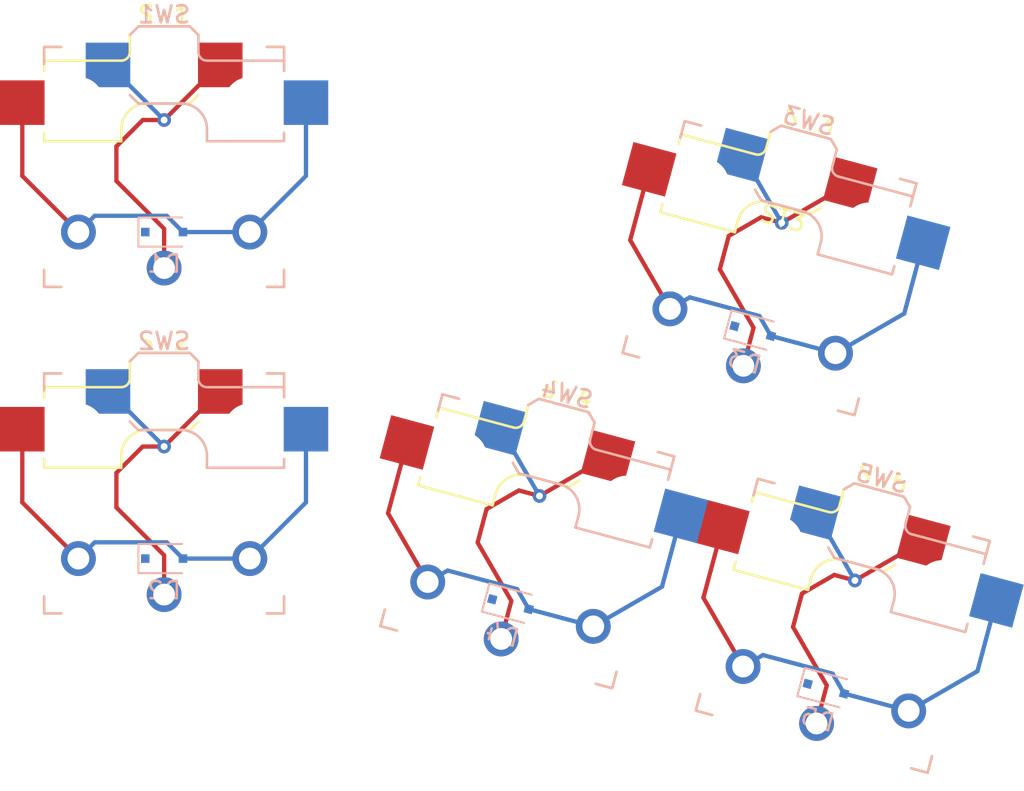
<source format=kicad_pcb>
(kicad_pcb (version 20211014) (generator pcbnew)
  (layers (0 "F.Cu" signal) (31 "B.Cu" signal) (34 "B.Paste" user) (35 "F.Paste" user) (36 "B.SilkS" user "B.Silkscreen") (37 "F.SilkS" user "F.Silkscreen") (38 "B.Mask" user) (39 "F.Mask" user) (44 "Edge.Cuts" user))
  (net 0 "")
  (net 1 "COL0")
  (net 2 "COL1")
  (net 3 "COL2")
  (net 4 "N$1")
  (net 5 "N$2")
  (net 6 "N$3")
  (net 7 "N$4")
  (net 8 "N$5")
  (net 9 "ROW0")
  (net 10 "ROW1")
  (footprint "examples:Stabilizer_Cherry_MX_2u" (layer "F.Cu") (at 69.846641 40.429172 -15)
    (fp_text reference "ST3" (at 0 -3 165) (layer "F.SilkS"))
    (fp_text value "MountingHole")
    (pad "" np_thru_hole circle locked (at -11.938 -6.985 345) (size 3.048 3.048) (drill 3.048) (layers *.Cu *.Mask))
    (pad "" np_thru_hole circle locked (at 11.938 -6.985 345) (size 3.048 3.048) (drill 3.048) (layers *.Cu *.Mask))
    (pad "" np_thru_hole circle locked (at 11.938 8.255 345) (size 3.9878 3.9878) (drill 3.9878) (layers *.Cu *.Mask))
    (pad "" np_thru_hole circle locked (at -11.938 8.255 345) (size 3.9878 3.9878) (drill 3.9878) (layers *.Cu *.Mask))
  )
  (footprint "examples:Kailh_socket_PG1350_optional_reversible" (layer "F.Cu") (at 34.525 34.525)
    (fp_text reference "SW1" (at 0 -8.89) (layer "F.SilkS"))
    (fp_text value "SW_Push")
    (fp_text user "${REFERENCE}" (at 0 -8.89) (layer "B.SilkS") (effects (justify mirror)))
    (fp_line (start -1.5 -8.2) (end 1.5 -8.2) (layer "B.SilkS") (width 0.15))
    (fp_line (start 7 -6.2) (end 2.5 -6.2) (layer "B.SilkS") (width 0.15))
    (fp_line (start 7 -5.6) (end 7 -6.2) (layer "B.SilkS") (width 0.15))
    (fp_line (start -2 -7.7) (end -1.5 -8.2) (layer "B.SilkS") (width 0.15))
    (fp_line (start 1.5 -8.2) (end 2 -7.7) (layer "B.SilkS") (width 0.15))
    (fp_line (start 2.5 -1.5) (end 7 -1.5) (layer "B.SilkS") (width 0.15))
    (fp_line (start 2 -6.7) (end 2 -7.7) (layer "B.SilkS") (width 0.15))
    (fp_line (start -7 -6) (end -7 -7) (layer "B.SilkS") (width 0.15))
    (fp_line (start -1.5 -3.7) (end 1 -3.7) (layer "B.SilkS") (width 0.15))
    (fp_line (start 6 -7) (end 7 -7) (layer "B.SilkS") (width 0.15))
    (fp_line (start -2 -4.2) (end -1.5 -3.7) (layer "B.SilkS") (width 0.15))
    (fp_line (start 2.5 -2.2) (end 2.5 -1.5) (layer "B.SilkS") (width 0.15))
    (fp_line (start 7 6) (end 7 7) (layer "B.SilkS") (width 0.15))
    (fp_line (start 7 -7) (end 7 -6) (layer "B.SilkS") (width 0.15))
    (fp_line (start 7 -1.5) (end 7 -2) (layer "B.SilkS") (width 0.15))
    (fp_line (start -7 7) (end -7 6) (layer "B.SilkS") (width 0.15))
    (fp_line (start -6 7) (end -7 7) (layer "B.SilkS") (width 0.15))
    (fp_line (start -7 -7) (end -6 -7) (layer "B.SilkS") (width 0.15))
    (fp_line (start 7 7) (end 6 7) (layer "B.SilkS") (width 0.15))
    (fp_arc (start 1 -3.7) (mid 2.06066 -3.26066) (end 2.5 -2.2) (layer "B.SilkS") (width 0.15))
    (fp_arc (start 2.5 -6.2) (mid 2.146447 -6.346447) (end 2 -6.7) (layer "B.SilkS") (width 0.15))
    (fp_line (start 1.5 -8.2) (end -1.5 -8.2) (layer "F.SilkS") (width 0.15))
    (fp_line (start -2.5 -1.5) (end -7 -1.5) (layer "F.SilkS") (width 0.15))
    (fp_line (start 1.5 -3.7) (end -1 -3.7) (layer "F.SilkS") (width 0.15))
    (fp_line (start -6 7) (end -7 7) (layer "F.SilkS") (width 0.15))
    (fp_line (start -7 7) (end -7 6) (layer "F.SilkS") (width 0.15))
    (fp_line (start -7 -1.5) (end -7 -2) (layer "F.SilkS") (width 0.15))
    (fp_line (start -7 -6.2) (end -2.5 -6.2) (layer "F.SilkS") (width 0.15))
    (fp_line (start -2.5 -2.2) (end -2.5 -1.5) (layer "F.SilkS") (width 0.15))
    (fp_line (start 2 -7.7) (end 1.5 -8.2) (layer "F.SilkS") (width 0.15))
    (fp_line (start -1.5 -8.2) (end -2 -7.7) (layer "F.SilkS") (width 0.15))
    (fp_line (start 2 -4.2) (end 1.5 -3.7) (layer "F.SilkS") (width 0.15))
    (fp_line (start 7 6) (end 7 7) (layer "F.SilkS") (width 0.15))
    (fp_line (start 7 7) (end 6 7) (layer "F.SilkS") (width 0.15))
    (fp_line (start 6 -7) (end 7 -7) (layer "F.SilkS") (width 0.15))
    (fp_line (start -2 -6.7) (end -2 -7.7) (layer "F.SilkS") (width 0.15))
    (fp_line (start -7 -7) (end -6 -7) (layer "F.SilkS") (width 0.15))
    (fp_line (start -7 -5.6) (end -7 -6.2) (layer "F.SilkS") (width 0.15))
    (fp_line (start 7 -7) (end 7 -6) (layer "F.SilkS") (width 0.15))
    (fp_line (start -7 -6) (end -7 -7) (layer "F.SilkS") (width 0.15))
    (fp_arc (start -2.5 -2.2) (mid -2.06066 -3.26066) (end -1 -3.7) (layer "F.SilkS") (width 0.15))
    (fp_arc (start -2 -6.7) (mid -2.146447 -6.346447) (end -2.5 -6.2) (layer "F.SilkS") (width 0.15))
    (pad "" np_thru_hole circle locked (at 0 -5.95) (size 3 3) (drill 3) (layers *.Cu *.Mask))
    (pad "" np_thru_hole circle locked (at 5.5 0) (size 1.7018 1.7018) (drill 1.7018) (layers *.Cu *.Mask))
    (pad "" np_thru_hole circle locked (at -5.5 0) (size 1.7018 1.7018) (drill 1.7018) (layers *.Cu *.Mask))
    (pad "" np_thru_hole circle locked (at -5 -3.75) (size 3 3) (drill 3) (layers *.Cu *.Mask))
    (pad "" np_thru_hole circle locked (at 0 0) (size 3.429 3.429) (drill 3.429) (layers *.Cu *.Mask))
    (pad "" np_thru_hole circle locked (at 5 -3.75) (size 3 3) (drill 3) (layers *.Cu *.Mask))
    (pad "1" smd rect locked (at 3.275 -5.95) (size 2.6 2.6) (layers "F.Cu" "F.Paste" "F.Mask") (net 1 "COL0"))
    (pad "1" thru_hole circle locked (at 0 5.9) (size 2.032 2.032) (drill 1.27) (layers *.Cu *.Mask) (net 1 "COL0"))
    (pad "1" smd rect locked (at -3.275 -5.95) (size 2.6 2.6) (layers "B.Cu" "B.Paste" "B.Mask") (net 1 "COL0"))
    (pad "2" smd rect locked (at -8.275 -3.75) (size 2.6 2.6) (layers "F.Cu" "F.Paste" "F.Mask") (net 4 "N$1"))
    (pad "2" thru_hole circle locked (at 5 3.8) (size 2.032 2.032) (drill 1.27) (layers *.Cu *.Mask) (net 4 "N$1"))
    (pad "2" thru_hole circle locked (at -5 3.8) (size 2.032 2.032) (drill 1.27) (layers *.Cu *.Mask) (net 4 "N$1"))
    (pad "2" smd rect locked (at 8.275 -3.75) (size 2.6 2.6) (layers "B.Cu" "B.Paste" "B.Mask") (net 4 "N$1"))
  )
  (footprint "examples:Kailh_socket_PG1350_optional_reversible" (layer "F.Cu") (at 34.525 53.575)
    (fp_text reference "SW2" (at 0 -8.89) (layer "F.SilkS"))
    (fp_text value "SW_Push")
    (fp_text user "${REFERENCE}" (at 0 -8.89) (layer "B.SilkS") (effects (justify mirror)))
    (fp_line (start -1.5 -8.2) (end 1.5 -8.2) (layer "B.SilkS") (width 0.15))
    (fp_line (start -2 -7.7) (end -1.5 -8.2) (layer "B.SilkS") (width 0.15))
    (fp_line (start 7 -5.6) (end 7 -6.2) (layer "B.SilkS") (width 0.15))
    (fp_line (start -7 -7) (end -6 -7) (layer "B.SilkS") (width 0.15))
    (fp_line (start -1.5 -3.7) (end 1 -3.7) (layer "B.SilkS") (width 0.15))
    (fp_line (start 2.5 -1.5) (end 7 -1.5) (layer "B.SilkS") (width 0.15))
    (fp_line (start 1.5 -8.2) (end 2 -7.7) (layer "B.SilkS") (width 0.15))
    (fp_line (start 6 -7) (end 7 -7) (layer "B.SilkS") (width 0.15))
    (fp_line (start 7 -7) (end 7 -6) (layer "B.SilkS") (width 0.15))
    (fp_line (start 2 -6.7) (end 2 -7.7) (layer "B.SilkS") (width 0.15))
    (fp_line (start 7 -1.5) (end 7 -2) (layer "B.SilkS") (width 0.15))
    (fp_line (start 7 -6.2) (end 2.5 -6.2) (layer "B.SilkS") (width 0.15))
    (fp_line (start -7 -6) (end -7 -7) (layer "B.SilkS") (width 0.15))
    (fp_line (start 7 6) (end 7 7) (layer "B.SilkS") (width 0.15))
    (fp_line (start -2 -4.2) (end -1.5 -3.7) (layer "B.SilkS") (width 0.15))
    (fp_line (start 2.5 -2.2) (end 2.5 -1.5) (layer "B.SilkS") (width 0.15))
    (fp_line (start -6 7) (end -7 7) (layer "B.SilkS") (width 0.15))
    (fp_line (start 7 7) (end 6 7) (layer "B.SilkS") (width 0.15))
    (fp_line (start -7 7) (end -7 6) (layer "B.SilkS") (width 0.15))
    (fp_arc (start 1 -3.7) (mid 2.06066 -3.26066) (end 2.5 -2.2) (layer "B.SilkS") (width 0.15))
    (fp_arc (start 2.5 -6.2) (mid 2.146447 -6.346447) (end 2 -6.7) (layer "B.SilkS") (width 0.15))
    (fp_line (start -2.5 -2.2) (end -2.5 -1.5) (layer "F.SilkS") (width 0.15))
    (fp_line (start -7 -1.5) (end -7 -2) (layer "F.SilkS") (width 0.15))
    (fp_line (start 2 -4.2) (end 1.5 -3.7) (layer "F.SilkS") (width 0.15))
    (fp_line (start -1.5 -8.2) (end -2 -7.7) (layer "F.SilkS") (width 0.15))
    (fp_line (start 1.5 -8.2) (end -1.5 -8.2) (layer "F.SilkS") (width 0.15))
    (fp_line (start 7 6) (end 7 7) (layer "F.SilkS") (width 0.15))
    (fp_line (start 7 7) (end 6 7) (layer "F.SilkS") (width 0.15))
    (fp_line (start -7 -7) (end -6 -7) (layer "F.SilkS") (width 0.15))
    (fp_line (start 1.5 -3.7) (end -1 -3.7) (layer "F.SilkS") (width 0.15))
    (fp_line (start -2 -6.7) (end -2 -7.7) (layer "F.SilkS") (width 0.15))
    (fp_line (start -2.5 -1.5) (end -7 -1.5) (layer "F.SilkS") (width 0.15))
    (fp_line (start -6 7) (end -7 7) (layer "F.SilkS") (width 0.15))
    (fp_line (start -7 -6.2) (end -2.5 -6.2) (layer "F.SilkS") (width 0.15))
    (fp_line (start 2 -7.7) (end 1.5 -8.2) (layer "F.SilkS") (width 0.15))
    (fp_line (start -7 -5.6) (end -7 -6.2) (layer "F.SilkS") (width 0.15))
    (fp_line (start -7 -6) (end -7 -7) (layer "F.SilkS") (width 0.15))
    (fp_line (start 6 -7) (end 7 -7) (layer "F.SilkS") (width 0.15))
    (fp_line (start 7 -7) (end 7 -6) (layer "F.SilkS") (width 0.15))
    (fp_line (start -7 7) (end -7 6) (layer "F.SilkS") (width 0.15))
    (fp_arc (start -2 -6.7) (mid -2.146447 -6.346447) (end -2.5 -6.2) (layer "F.SilkS") (width 0.15))
    (fp_arc (start -2.5 -2.2) (mid -2.06066 -3.26066) (end -1 -3.7) (layer "F.SilkS") (width 0.15))
    (pad "" np_thru_hole circle locked (at 0 -5.95) (size 3 3) (drill 3) (layers *.Cu *.Mask))
    (pad "" np_thru_hole circle locked (at 5 -3.75) (size 3 3) (drill 3) (layers *.Cu *.Mask))
    (pad "" np_thru_hole circle locked (at -5.5 0) (size 1.7018 1.7018) (drill 1.7018) (layers *.Cu *.Mask))
    (pad "" np_thru_hole circle locked (at 5.5 0) (size 1.7018 1.7018) (drill 1.7018) (layers *.Cu *.Mask))
    (pad "" np_thru_hole circle locked (at 0 0) (size 3.429 3.429) (drill 3.429) (layers *.Cu *.Mask))
    (pad "" np_thru_hole circle locked (at -5 -3.75) (size 3 3) (drill 3) (layers *.Cu *.Mask))
    (pad "1" thru_hole circle locked (at 0 5.9) (size 2.032 2.032) (drill 1.27) (layers *.Cu *.Mask) (net 1 "COL0"))
    (pad "1" smd rect locked (at 3.275 -5.95) (size 2.6 2.6) (layers "F.Cu" "F.Paste" "F.Mask") (net 1 "COL0"))
    (pad "1" smd rect locked (at -3.275 -5.95) (size 2.6 2.6) (layers "B.Cu" "B.Paste" "B.Mask") (net 1 "COL0"))
    (pad "2" smd rect locked (at -8.275 -3.75) (size 2.6 2.6) (layers "F.Cu" "F.Paste" "F.Mask") (net 5 "N$2"))
    (pad "2" thru_hole circle locked (at -5 3.8) (size 2.032 2.032) (drill 1.27) (layers *.Cu *.Mask) (net 5 "N$2"))
    (pad "2" smd rect locked (at 8.275 -3.75) (size 2.6 2.6) (layers "B.Cu" "B.Paste" "B.Mask") (net 5 "N$2"))
    (pad "2" thru_hole circle locked (at 5 3.8) (size 2.032 2.032) (drill 1.27) (layers *.Cu *.Mask) (net 5 "N$2"))
  )
  (footprint "examples:Kailh_socket_PG1350_optional_reversible" (layer "F.Cu") (at 69.846641 40.429172 -15)
    (fp_text reference "SW3" (at 0 -8.89 165) (layer "F.SilkS"))
    (fp_text value "SW_Push")
    (fp_text user "${REFERENCE}" (at 0 -8.89 165) (layer "B.SilkS") (effects (justify mirror)))
    (fp_line (start -7 7) (end -7 6) (layer "B.SilkS") (width 0.15))
    (fp_line (start -1.5 -3.7) (end 1 -3.7) (layer "B.SilkS") (width 0.15))
    (fp_line (start 7 -7) (end 7 -6) (layer "B.SilkS") (width 0.15))
    (fp_line (start -7 -7) (end -6 -7) (layer "B.SilkS") (width 0.15))
    (fp_line (start -7 -6) (end -7 -7) (layer "B.SilkS") (width 0.15))
    (fp_line (start 7 -5.6) (end 7 -6.2) (layer "B.SilkS") (width 0.15))
    (fp_line (start 7 -6.2) (end 2.5 -6.2) (layer "B.SilkS") (width 0.15))
    (fp_line (start 7 -1.5) (end 7 -2) (layer "B.SilkS") (width 0.15))
    (fp_line (start -2 -4.2) (end -1.5 -3.7) (layer "B.SilkS") (width 0.15))
    (fp_line (start 2.5 -2.2) (end 2.5 -1.5) (layer "B.SilkS") (width 0.15))
    (fp_line (start -6 7) (end -7 7) (layer "B.SilkS") (width 0.15))
    (fp_line (start -2 -7.7) (end -1.5 -8.2) (layer "B.SilkS") (width 0.15))
    (fp_line (start 1.5 -8.2) (end 2 -7.7) (layer "B.SilkS") (width 0.15))
    (fp_line (start 6 -7) (end 7 -7) (layer "B.SilkS") (width 0.15))
    (fp_line (start 7 6) (end 7 7) (layer "B.SilkS") (width 0.15))
    (fp_line (start 2 -6.7) (end 2 -7.7) (layer "B.SilkS") (width 0.15))
    (fp_line (start -1.5 -8.2) (end 1.5 -8.2) (layer "B.SilkS") (width 0.15))
    (fp_line (start 7 7) (end 6 7) (layer "B.SilkS") (width 0.15))
    (fp_line (start 2.5 -1.5) (end 7 -1.5) (layer "B.SilkS") (width 0.15))
    (fp_arc (start 1 -3.7) (mid 2.060661 -3.26066) (end 2.5 -2.2) (layer "B.SilkS") (width 0.15))
    (fp_arc (start 2.5 -6.2) (mid 2.146446 -6.346447) (end 2 -6.7) (layer "B.SilkS") (width 0.15))
    (fp_line (start 1.5 -8.2) (end -1.5 -8.2) (layer "F.SilkS") (width 0.15))
    (fp_line (start 1.5 -3.7) (end -1 -3.7) (layer "F.SilkS") (width 0.15))
    (fp_line (start 6 -7) (end 7 -7) (layer "F.SilkS") (width 0.15))
    (fp_line (start 7 -7) (end 7 -6) (layer "F.SilkS") (width 0.15))
    (fp_line (start -2.5 -1.5) (end -7 -1.5) (layer "F.SilkS") (width 0.15))
    (fp_line (start -2.5 -2.2) (end -2.5 -1.5) (layer "F.SilkS") (width 0.15))
    (fp_line (start -1.5 -8.2) (end -2 -7.7) (layer "F.SilkS") (width 0.15))
    (fp_line (start 7 7) (end 6 7) (layer "F.SilkS") (width 0.15))
    (fp_line (start 2 -4.2) (end 1.5 -3.7) (layer "F.SilkS") (width 0.15))
    (fp_line (start -7 7) (end -7 6) (layer "F.SilkS") (width 0.15))
    (fp_line (start 7 6) (end 7 7) (layer "F.SilkS") (width 0.15))
    (fp_line (start -7 -7) (end -6 -7) (layer "F.SilkS") (width 0.15))
    (fp_line (start -2 -6.7) (end -2 -7.7) (layer "F.SilkS") (width 0.15))
    (fp_line (start -7 -6) (end -7 -7) (layer "F.SilkS") (width 0.15))
    (fp_line (start 2 -7.7) (end 1.5 -8.2) (layer "F.SilkS") (width 0.15))
    (fp_line (start -7 -1.5) (end -7 -2) (layer "F.SilkS") (width 0.15))
    (fp_line (start -7 -5.6) (end -7 -6.2) (layer "F.SilkS") (width 0.15))
    (fp_line (start -7 -6.2) (end -2.5 -6.2) (layer "F.SilkS") (width 0.15))
    (fp_line (start -6 7) (end -7 7) (layer "F.SilkS") (width 0.15))
    (fp_arc (start -2.5 -2.2) (mid -2.06066 -3.26066) (end -1 -3.7) (layer "F.SilkS") (width 0.15))
    (fp_arc (start -2 -6.7) (mid -2.146447 -6.346447) (end -2.5 -6.2) (layer "F.SilkS") (width 0.15))
    (pad "" np_thru_hole circle locked (at -5 -3.75 345) (size 3 3) (drill 3) (layers *.Cu *.Mask))
    (pad "" np_thru_hole circle locked (at -5.5 0 345) (size 1.7018 1.7018) (drill 1.7018) (layers *.Cu *.Mask))
    (pad "" np_thru_hole circle locked (at 5.5 0 345) (size 1.7018 1.7018) (drill 1.7018) (layers *.Cu *.Mask))
    (pad "" np_thru_hole circle locked (at 0 -5.95 345) (size 3 3) (drill 3) (layers *.Cu *.Mask))
    (pad "" np_thru_hole circle locked (at 5 -3.75 345) (size 3 3) (drill 3) (layers *.Cu *.Mask))
    (pad "" np_thru_hole circle locked (at 0 0 345) (size 3.429 3.429) (drill 3.429) (layers *.Cu *.Mask))
    (pad "1" smd rect locked (at -3.275 -5.95 345) (size 2.6 2.6) (layers "B.Cu" "B.Paste" "B.Mask") (net 2 "COL1"))
    (pad "1" smd rect locked (at 3.275 -5.95 345) (size 2.6 2.6) (layers "F.Cu" "F.Paste" "F.Mask") (net 2 "COL1"))
    (pad "1" thru_hole circle locked (at 0 5.9 345) (size 2.032 2.032) (drill 1.27) (layers *.Cu *.Mask) (net 2 "COL1"))
    (pad "2" thru_hole circle locked (at -5 3.8 345) (size 2.032 2.032) (drill 1.27) (layers *.Cu *.Mask) (net 6 "N$3"))
    (pad "2" smd rect locked (at -8.275 -3.75 345) (size 2.6 2.6) (layers "F.Cu" "F.Paste" "F.Mask") (net 6 "N$3"))
    (pad "2" smd rect locked (at 8.275 -3.75 345) (size 2.6 2.6) (layers "B.Cu" "B.Paste" "B.Mask") (net 6 "N$3"))
    (pad "2" thru_hole circle locked (at 5 3.8 345) (size 2.032 2.032) (drill 1.27) (layers *.Cu *.Mask) (net 6 "N$3"))
  )
  (footprint "examples:Kailh_socket_PG1350_optional_reversible" (layer "F.Cu") (at 55.715695 56.364808 -15)
    (fp_text reference "SW4" (at 0 -8.89 165) (layer "F.SilkS"))
    (fp_text value "SW_Push")
    (fp_text user "${REFERENCE}" (at 0 -8.89 165) (layer "B.SilkS") (effects (justify mirror)))
    (fp_line (start -1.5 -8.2) (end 1.5 -8.2) (layer "B.SilkS") (width 0.15))
    (fp_line (start 2.5 -1.5) (end 7 -1.5) (layer "B.SilkS") (width 0.15))
    (fp_line (start 7 -7) (end 7 -6) (layer "B.SilkS") (width 0.15))
    (fp_line (start 7 6) (end 7 7) (layer "B.SilkS") (width 0.15))
    (fp_line (start -7 -7) (end -6 -7) (layer "B.SilkS") (width 0.15))
    (fp_line (start -1.5 -3.7) (end 1 -3.7) (layer "B.SilkS") (width 0.15))
    (fp_line (start 6 -7) (end 7 -7) (layer "B.SilkS") (width 0.15))
    (fp_line (start -2 -7.7) (end -1.5 -8.2) (layer "B.SilkS") (width 0.15))
    (fp_line (start -6 7) (end -7 7) (layer "B.SilkS") (width 0.15))
    (fp_line (start 7 -5.6) (end 7 -6.2) (layer "B.SilkS") (width 0.15))
    (fp_line (start 7 7) (end 6 7) (layer "B.SilkS") (width 0.15))
    (fp_line (start 2.5 -2.2) (end 2.5 -1.5) (layer "B.SilkS") (width 0.15))
    (fp_line (start 7 -6.2) (end 2.5 -6.2) (layer "B.SilkS") (width 0.15))
    (fp_line (start 2 -6.7) (end 2 -7.7) (layer "B.SilkS") (width 0.15))
    (fp_line (start -7 7) (end -7 6) (layer "B.SilkS") (width 0.15))
    (fp_line (start 7 -1.5) (end 7 -2) (layer "B.SilkS") (width 0.15))
    (fp_line (start -7 -6) (end -7 -7) (layer "B.SilkS") (width 0.15))
    (fp_line (start -2 -4.2) (end -1.5 -3.7) (layer "B.SilkS") (width 0.15))
    (fp_line (start 1.5 -8.2) (end 2 -7.7) (layer "B.SilkS") (width 0.15))
    (fp_arc (start 2.5 -6.2) (mid 2.146446 -6.346447) (end 2 -6.7) (layer "B.SilkS") (width 0.15))
    (fp_arc (start 1 -3.7) (mid 2.060661 -3.26066) (end 2.5 -2.2) (layer "B.SilkS") (width 0.15))
    (fp_line (start -7 -7) (end -6 -7) (layer "F.SilkS") (width 0.15))
    (fp_line (start -7 -1.5) (end -7 -2) (layer "F.SilkS") (width 0.15))
    (fp_line (start -7 7) (end -7 6) (layer "F.SilkS") (width 0.15))
    (fp_line (start 1.5 -8.2) (end -1.5 -8.2) (layer "F.SilkS") (width 0.15))
    (fp_line (start 7 6) (end 7 7) (layer "F.SilkS") (width 0.15))
    (fp_line (start -2.5 -1.5) (end -7 -1.5) (layer "F.SilkS") (width 0.15))
    (fp_line (start 2 -4.2) (end 1.5 -3.7) (layer "F.SilkS") (width 0.15))
    (fp_line (start -7 -5.6) (end -7 -6.2) (layer "F.SilkS") (width 0.15))
    (fp_line (start 7 7) (end 6 7) (layer "F.SilkS") (width 0.15))
    (fp_line (start -1.5 -8.2) (end -2 -7.7) (layer "F.SilkS") (width 0.15))
    (fp_line (start -2.5 -2.2) (end -2.5 -1.5) (layer "F.SilkS") (width 0.15))
    (fp_line (start -7 -6) (end -7 -7) (layer "F.SilkS") (width 0.15))
    (fp_line (start -7 -6.2) (end -2.5 -6.2) (layer "F.SilkS") (width 0.15))
    (fp_line (start 6 -7) (end 7 -7) (layer "F.SilkS") (width 0.15))
    (fp_line (start -6 7) (end -7 7) (layer "F.SilkS") (width 0.15))
    (fp_line (start 2 -7.7) (end 1.5 -8.2) (layer "F.SilkS") (width 0.15))
    (fp_line (start 1.5 -3.7) (end -1 -3.7) (layer "F.SilkS") (width 0.15))
    (fp_line (start 7 -7) (end 7 -6) (layer "F.SilkS") (width 0.15))
    (fp_line (start -2 -6.7) (end -2 -7.7) (layer "F.SilkS") (width 0.15))
    (fp_arc (start -2.5 -2.2) (mid -2.06066 -3.26066) (end -1 -3.7) (layer "F.SilkS") (width 0.15))
    (fp_arc (start -2 -6.7) (mid -2.146447 -6.346447) (end -2.5 -6.2) (layer "F.SilkS") (width 0.15))
    (pad "" np_thru_hole circle locked (at -5 -3.75 345) (size 3 3) (drill 3) (layers *.Cu *.Mask))
    (pad "" np_thru_hole circle locked (at 0 0 345) (size 3.429 3.429) (drill 3.429) (layers *.Cu *.Mask))
    (pad "" np_thru_hole circle locked (at 5.5 0 345) (size 1.7018 1.7018) (drill 1.7018) (layers *.Cu *.Mask))
    (pad "" np_thru_hole circle locked (at -5.5 0 345) (size 1.7018 1.7018) (drill 1.7018) (layers *.Cu *.Mask))
    (pad "" np_thru_hole circle locked (at 5 -3.75 345) (size 3 3) (drill 3) (layers *.Cu *.Mask))
    (pad "" np_thru_hole circle locked (at 0 -5.95 345) (size 3 3) (drill 3) (layers *.Cu *.Mask))
    (pad "1" smd rect locked (at 3.275 -5.95 345) (size 2.6 2.6) (layers "F.Cu" "F.Paste" "F.Mask") (net 2 "COL1"))
    (pad "1" thru_hole circle locked (at 0 5.9 345) (size 2.032 2.032) (drill 1.27) (layers *.Cu *.Mask) (net 2 "COL1"))
    (pad "1" smd rect locked (at -3.275 -5.95 345) (size 2.6 2.6) (layers "B.Cu" "B.Paste" "B.Mask") (net 2 "COL1"))
    (pad "2" smd rect locked (at -8.275 -3.75 345) (size 2.6 2.6) (layers "F.Cu" "F.Paste" "F.Mask") (net 7 "N$4"))
    (pad "2" thru_hole circle locked (at 5 3.8 345) (size 2.032 2.032) (drill 1.27) (layers *.Cu *.Mask) (net 7 "N$4"))
    (pad "2" smd rect locked (at 8.275 -3.75 345) (size 2.6 2.6) (layers "B.Cu" "B.Paste" "B.Mask") (net 7 "N$4"))
    (pad "2" thru_hole circle locked (at -5 3.8 345) (size 2.032 2.032) (drill 1.27) (layers *.Cu *.Mask) (net 7 "N$4"))
  )
  (footprint "examples:Kailh_socket_PG1350_optional_reversible" (layer "F.Cu") (at 74.116582 61.295311 -15)
    (fp_text reference "SW5" (at 0 -8.89 165) (layer "F.SilkS"))
    (fp_text value "SW_Push")
    (fp_text user "${REFERENCE}" (at 0 -8.89 165) (layer "B.SilkS") (effects (justify mirror)))
    (fp_line (start -1.5 -3.7) (end 1 -3.7) (layer "B.SilkS") (width 0.15))
    (fp_line (start 7 -6.2) (end 2.5 -6.2) (layer "B.SilkS") (width 0.15))
    (fp_line (start 1.5 -8.2) (end 2 -7.7) (layer "B.SilkS") (width 0.15))
    (fp_line (start 6 -7) (end 7 -7) (layer "B.SilkS") (width 0.15))
    (fp_line (start -2 -4.2) (end -1.5 -3.7) (layer "B.SilkS") (width 0.15))
    (fp_line (start 7 -5.6) (end 7 -6.2) (layer "B.SilkS") (width 0.15))
    (fp_line (start -7 7) (end -7 6) (layer "B.SilkS") (width 0.15))
    (fp_line (start -7 -7) (end -6 -7) (layer "B.SilkS") (width 0.15))
    (fp_line (start -7 -6) (end -7 -7) (layer "B.SilkS") (width 0.15))
    (fp_line (start 2.5 -1.5) (end 7 -1.5) (layer "B.SilkS") (width 0.15))
    (fp_line (start 7 -1.5) (end 7 -2) (layer "B.SilkS") (width 0.15))
    (fp_line (start -6 7) (end -7 7) (layer "B.SilkS") (width 0.15))
    (fp_line (start 7 7) (end 6 7) (layer "B.SilkS") (width 0.15))
    (fp_line (start -2 -7.7) (end -1.5 -8.2) (layer "B.SilkS") (width 0.15))
    (fp_line (start 7 -7) (end 7 -6) (layer "B.SilkS") (width 0.15))
    (fp_line (start -1.5 -8.2) (end 1.5 -8.2) (layer "B.SilkS") (width 0.15))
    (fp_line (start 2.5 -2.2) (end 2.5 -1.5) (layer "B.SilkS") (width 0.15))
    (fp_line (start 2 -6.7) (end 2 -7.7) (layer "B.SilkS") (width 0.15))
    (fp_line (start 7 6) (end 7 7) (layer "B.SilkS") (width 0.15))
    (fp_arc (start 2.5 -6.2) (mid 2.146446 -6.346447) (end 2 -6.7) (layer "B.SilkS") (width 0.15))
    (fp_arc (start 1 -3.7) (mid 2.060661 -3.26066) (end 2.5 -2.2) (layer "B.SilkS") (width 0.15))
    (fp_line (start 7 6) (end 7 7) (layer "F.SilkS") (width 0.15))
    (fp_line (start -7 -6.2) (end -2.5 -6.2) (layer "F.SilkS") (width 0.15))
    (fp_line (start -7 7) (end -7 6) (layer "F.SilkS") (width 0.15))
    (fp_line (start 7 7) (end 6 7) (layer "F.SilkS") (width 0.15))
    (fp_line (start -2.5 -1.5) (end -7 -1.5) (layer "F.SilkS") (width 0.15))
    (fp_line (start -6 7) (end -7 7) (layer "F.SilkS") (width 0.15))
    (fp_line (start -2.5 -2.2) (end -2.5 -1.5) (layer "F.SilkS") (width 0.15))
    (fp_line (start 7 -7) (end 7 -6) (layer "F.SilkS") (width 0.15))
    (fp_line (start 2 -4.2) (end 1.5 -3.7) (layer "F.SilkS") (width 0.15))
    (fp_line (start 2 -7.7) (end 1.5 -8.2) (layer "F.SilkS") (width 0.15))
    (fp_line (start -7 -6) (end -7 -7) (layer "F.SilkS") (width 0.15))
    (fp_line (start -7 -5.6) (end -7 -6.2) (layer "F.SilkS") (width 0.15))
    (fp_line (start -7 -1.5) (end -7 -2) (layer "F.SilkS") (width 0.15))
    (fp_line (start -7 -7) (end -6 -7) (layer "F.SilkS") (width 0.15))
    (fp_line (start -2 -6.7) (end -2 -7.7) (layer "F.SilkS") (width 0.15))
    (fp_line (start -1.5 -8.2) (end -2 -7.7) (layer "F.SilkS") (width 0.15))
    (fp_line (start 6 -7) (end 7 -7) (layer "F.SilkS") (width 0.15))
    (fp_line (start 1.5 -3.7) (end -1 -3.7) (layer "F.SilkS") (width 0.15))
    (fp_line (start 1.5 -8.2) (end -1.5 -8.2) (layer "F.SilkS") (width 0.15))
    (fp_arc (start -2 -6.7) (mid -2.146447 -6.346447) (end -2.5 -6.2) (layer "F.SilkS") (width 0.15))
    (fp_arc (start -2.5 -2.2) (mid -2.06066 -3.26066) (end -1 -3.7) (layer "F.SilkS") (width 0.15))
    (pad "" np_thru_hole circle locked (at 0 -5.95 345) (size 3 3) (drill 3) (layers *.Cu *.Mask))
    (pad "" np_thru_hole circle locked (at -5.5 0 345) (size 1.7018 1.7018) (drill 1.7018) (layers *.Cu *.Mask))
    (pad "" np_thru_hole circle locked (at 5.5 0 345) (size 1.7018 1.7018) (drill 1.7018) (layers *.Cu *.Mask))
    (pad "" np_thru_hole circle locked (at -5 -3.75 345) (size 3 3) (drill 3) (layers *.Cu *.Mask))
    (pad "" np_thru_hole circle locked (at 0 0 345) (size 3.429 3.429) (drill 3.429) (layers *.Cu *.Mask))
    (pad "" np_thru_hole circle locked (at 5 -3.75 345) (size 3 3) (drill 3) (layers *.Cu *.Mask))
    (pad "1" smd rect locked (at -3.275 -5.95 345) (size 2.6 2.6) (layers "B.Cu" "B.Paste" "B.Mask") (net 3 "COL2"))
    (pad "1" thru_hole circle locked (at 0 5.9 345) (size 2.032 2.032) (drill 1.27) (layers *.Cu *.Mask) (net 3 "COL2"))
    (pad "1" smd rect locked (at 3.275 -5.95 345) (size 2.6 2.6) (layers "F.Cu" "F.Paste" "F.Mask") (net 3 "COL2"))
    (pad "2" smd rect locked (at 8.275 -3.75 345) (size 2.6 2.6) (layers "B.Cu" "B.Paste" "B.Mask") (net 8 "N$5"))
    (pad "2" smd rect locked (at -8.275 -3.75 345) (size 2.6 2.6) (layers "F.Cu" "F.Paste" "F.Mask") (net 8 "N$5"))
    (pad "2" thru_hole circle locked (at 5 3.8 345) (size 2.032 2.032) (drill 1.27) (layers *.Cu *.Mask) (net 8 "N$5"))
    (pad "2" thru_hole circle locked (at -5 3.8 345) (size 2.032 2.032) (drill 1.27) (layers *.Cu *.Mask) (net 8 "N$5"))
  )
  (footprint "Diode_SMD:D_SOD-323F" (layer "B.Cu") (at 34.525 38.325)
    (fp_text reference "D1" (at 0 1.85) (layer "B.SilkS") (effects (justify mirror)))
    (fp_text value "D")
    (fp_line (start -1.5 0.85) (end 1.05 0.85) (layer "B.SilkS") (width 0.12))
    (fp_line (start -1.5 0.85) (end -1.5 -0.85) (layer "B.SilkS") (width 0.12))
    (fp_line (start -1.5 -0.85) (end 1.05 -0.85) (layer "B.SilkS") (width 0.12))
    (pad "1" smd rect locked (at -1.1 0) (size 0.5 0.5) (layers "B.Cu" "B.Paste" "B.Mask") (net 9 "ROW0"))
    (pad "2" smd rect locked (at 1.1 0) (size 0.5 0.5) (layers "B.Cu" "B.Paste" "B.Mask") (net 4 "N$1"))
  )
  (footprint "Diode_SMD:D_SOD-323F" (layer "B.Cu") (at 34.525 57.375)
    (fp_text reference "D2" (at 0 1.85 180) (layer "B.SilkS") (effects (justify mirror)))
    (fp_text value "D")
    (fp_line (start -1.5 -0.85) (end 1.05 -0.85) (layer "B.SilkS") (width 0.12))
    (fp_line (start -1.5 0.85) (end 1.05 0.85) (layer "B.SilkS") (width 0.12))
    (fp_line (start -1.5 0.85) (end -1.5 -0.85) (layer "B.SilkS") (width 0.12))
    (pad "1" smd rect locked (at -1.1 0) (size 0.5 0.5) (layers "B.Cu" "B.Paste" "B.Mask") (net 10 "ROW1"))
    (pad "2" smd rect locked (at 1.1 0) (size 0.5 0.5) (layers "B.Cu" "B.Paste" "B.Mask") (net 5 "N$2"))
  )
  (footprint "Diode_SMD:D_SOD-323F" (layer "B.Cu") (at 68.863129 44.09969 -15)
    (fp_text reference "D3" (at 0 1.85 165) (layer "B.SilkS") (effects (justify mirror)))
    (fp_text value "D")
    (fp_line (start -1.5 0.85) (end 1.05 0.85) (layer "B.SilkS") (width 0.12))
    (fp_line (start -1.5 -0.85) (end 1.05 -0.85) (layer "B.SilkS") (width 0.12))
    (fp_line (start -1.5 0.85) (end -1.5 -0.85) (layer "B.SilkS") (width 0.12))
    (pad "1" smd rect locked (at -1.1 0 345) (size 0.5 0.5) (layers "B.Cu" "B.Paste" "B.Mask") (net 9 "ROW0"))
    (pad "2" smd rect locked (at 1.1 0 345) (size 0.5 0.5) (layers "B.Cu" "B.Paste" "B.Mask") (net 6 "N$3"))
  )
  (footprint "Diode_SMD:D_SOD-323F" (layer "B.Cu") (at 54.732183 60.035326 -15)
    (fp_text reference "D4" (at 0 1.85 165) (layer "B.SilkS") (effects (justify mirror)))
    (fp_text value "D")
    (fp_line (start -1.5 0.85) (end -1.5 -0.85) (layer "B.SilkS") (width 0.12))
    (fp_line (start -1.5 -0.85) (end 1.05 -0.85) (layer "B.SilkS") (width 0.12))
    (fp_line (start -1.5 0.85) (end 1.05 0.85) (layer "B.SilkS") (width 0.12))
    (pad "1" smd rect locked (at -1.1 0 345) (size 0.5 0.5) (layers "B.Cu" "B.Paste" "B.Mask") (net 10 "ROW1"))
    (pad "2" smd rect locked (at 1.1 0 345) (size 0.5 0.5) (layers "B.Cu" "B.Paste" "B.Mask") (net 7 "N$4"))
  )
  (footprint "Diode_SMD:D_SOD-323F" (layer "B.Cu") (at 73.13307 64.965829 -15)
    (fp_text reference "D5" (at 0 1.85 165) (layer "B.SilkS") (effects (justify mirror)))
    (fp_text value "D")
    (fp_line (start -1.5 0.85) (end -1.5 -0.85) (layer "B.SilkS") (width 0.12))
    (fp_line (start -1.5 -0.85) (end 1.05 -0.85) (layer "B.SilkS") (width 0.12))
    (fp_line (start -1.5 0.85) (end 1.05 0.85) (layer "B.SilkS") (width 0.12))
    (pad "1" smd rect locked (at -1.1 0 345) (size 0.5 0.5) (layers "B.Cu" "B.Paste" "B.Mask") (net 10 "ROW1"))
    (pad "2" smd rect locked (at 1.1 0 345) (size 0.5 0.5) (layers "B.Cu" "B.Paste" "B.Mask") (net 8 "N$5"))
  )
  (via (at 34.525 50.839) (size 0.8) (drill 0.4) (layers "F.Cu" "B.Cu") (net 0))
  (via (at 34.525 31.789) (size 0.8) (drill 0.4) (layers "F.Cu" "B.Cu") (net 0))
  (via (at 70.55477 37.786399) (size 0.8) (drill 0.4) (layers "F.Cu" "B.Cu") (net 0))
  (via (at 74.824711 58.652538) (size 0.8) (drill 0.4) (layers "F.Cu" "B.Cu") (net 0))
  (via (at 56.423824 53.722035) (size 0.8) (drill 0.4) (layers "F.Cu" "B.Cu") (net 0))
  (segment (start 34.525 38.129) (end 34.525 40.425) (width 0.25) (layer "F.Cu") (net 1))
  (segment (start 34.525 57.179) (end 34.525 59.475) (width 0.25) (layer "F.Cu") (net 1))
  (segment (start 33.2775 31.789) (end 31.741 33.3255) (width 0.25) (layer "F.Cu") (net 1))
  (segment (start 33.2775 50.839) (end 31.741 52.3755) (width 0.25) (layer "F.Cu") (net 1))
  (segment (start 31.741 33.3255) (end 31.741 35.345) (width 0.25) (layer "F.Cu") (net 1))
  (segment (start 31.741 52.3755) (end 31.741 54.395) (width 0.25) (layer "F.Cu") (net 1))
  (segment (start 31.741 35.345) (end 34.525 38.129) (width 0.25) (layer "F.Cu") (net 1))
  (segment (start 31.741 54.395) (end 34.525 57.179) (width 0.25) (layer "F.Cu") (net 1))
  (segment (start 37.739 28.575) (end 34.525 31.789) (width 0.25) (layer "F.Cu") (net 1))
  (segment (start 37.739 47.625) (end 34.525 50.839) (width 0.25) (layer "F.Cu") (net 1))
  (segment (start 37.8 47.625) (end 37.739 47.625) (width 0.25) (layer "F.Cu") (net 1))
  (segment (start 37.8 28.575) (end 37.739 28.575) (width 0.25) (layer "F.Cu") (net 1))
  (segment (start 34.525 31.789) (end 33.2775 31.789) (width 0.25) (layer "F.Cu") (net 1))
  (segment (start 34.525 50.839) (end 33.2775 50.839) (width 0.25) (layer "F.Cu") (net 1))
  (segment (start 31.25 28.575) (end 31.311 28.575) (width 0.25) (layer "B.Cu") (net 1))
  (segment (start 31.25 47.625) (end 31.311 47.625) (width 0.25) (layer "B.Cu") (net 1))
  (segment (start 31.311 28.575) (end 34.525 31.789) (width 0.25) (layer "B.Cu") (net 1))
  (segment (start 31.311 47.625) (end 34.525 50.839) (width 0.25) (layer "B.Cu") (net 1))
  (segment (start 68.913857 43.910369) (end 68.319609 46.128134) (width 0.25) (layer "F.Cu") (net 2))
  (segment (start 54.782911 59.846005) (end 54.188663 62.06377) (width 0.25) (layer "F.Cu") (net 2))
  (segment (start 69.349777 37.463522) (end 67.467957 38.549992) (width 0.25) (layer "F.Cu") (net 2))
  (segment (start 55.218831 53.399158) (end 53.337011 54.485628) (width 0.25) (layer "F.Cu") (net 2))
  (segment (start 53.337011 54.485628) (end 52.814326 56.436315) (width 0.25) (layer "F.Cu") (net 2))
  (segment (start 67.467957 38.549992) (end 66.945272 40.500679) (width 0.25) (layer "F.Cu") (net 2))
  (segment (start 66.945272 40.500679) (end 68.913857 43.910369) (width 0.25) (layer "F.Cu") (net 2))
  (segment (start 52.814326 56.436315) (end 54.782911 59.846005) (width 0.25) (layer "F.Cu") (net 2))
  (segment (start 74.4911 35.513758) (end 70.55477 37.786399) (width 0.25) (layer "F.Cu") (net 2))
  (segment (start 60.360154 51.449394) (end 56.423824 53.722035) (width 0.25) (layer "F.Cu") (net 2))
  (segment (start 74.550021 35.529546) (end 74.4911 35.513758) (width 0.25) (layer "F.Cu") (net 2))
  (segment (start 60.419075 51.465182) (end 60.360154 51.449394) (width 0.25) (layer "F.Cu") (net 2))
  (segment (start 70.55477 37.786399) (end 69.349777 37.463522) (width 0.25) (layer "F.Cu") (net 2))
  (segment (start 56.423824 53.722035) (end 55.218831 53.399158) (width 0.25) (layer "F.Cu") (net 2))
  (segment (start 54.092261 49.769917) (end 54.151183 49.785705) (width 0.25) (layer "B.Cu") (net 2))
  (segment (start 68.223207 33.834281) (end 68.282129 33.850069) (width 0.25) (layer "B.Cu") (net 2))
  (segment (start 68.282129 33.850069) (end 70.55477 37.786399) (width 0.25) (layer "B.Cu") (net 2))
  (segment (start 54.151183 49.785705) (end 56.423824 53.722035) (width 0.25) (layer "B.Cu") (net 2))
  (segment (start 73.183798 64.776508) (end 72.58955 66.994273) (width 0.25) (layer "F.Cu") (net 3))
  (segment (start 73.619718 58.329661) (end 71.737898 59.416131) (width 0.25) (layer "F.Cu") (net 3))
  (segment (start 71.737898 59.416131) (end 71.215213 61.366818) (width 0.25) (layer "F.Cu") (net 3))
  (segment (start 71.215213 61.366818) (end 73.183798 64.776508) (width 0.25) (layer "F.Cu") (net 3))
  (segment (start 78.761041 56.379897) (end 74.824711 58.652538) (width 0.25) (layer "F.Cu") (net 3))
  (segment (start 78.819962 56.395685) (end 78.761041 56.379897) (width 0.25) (layer "F.Cu") (net 3))
  (segment (start 74.824711 58.652538) (end 73.619718 58.329661) (width 0.25) (layer "F.Cu") (net 3))
  (segment (start 72.493148 54.70042) (end 72.55207 54.716208) (width 0.25) (layer "B.Cu") (net 3))
  (segment (start 72.55207 54.716208) (end 74.824711 58.652538) (width 0.25) (layer "B.Cu") (net 3))
  (segment (start 26.25 35.05) (end 29.525 38.325) (width 0.25) (layer "F.Cu") (net 4))
  (segment (start 26.25 30.775) (end 26.25 35.05) (width 0.25) (layer "F.Cu") (net 4))
  (segment (start 42.8 35.05) (end 39.525 38.325) (width 0.25) (layer "B.Cu") (net 4))
  (segment (start 35.625 38.325) (end 34.677 37.377) (width 0.25) (layer "B.Cu") (net 4))
  (segment (start 30.473 37.377) (end 29.525 38.325) (width 0.25) (layer "B.Cu") (net 4))
  (segment (start 35.625 38.325) (end 39.525 38.325) (width 0.25) (layer "B.Cu") (net 4))
  (segment (start 42.8 30.775) (end 42.8 35.05) (width 0.25) (layer "B.Cu") (net 4))
  (segment (start 34.677 37.377) (end 30.473 37.377) (width 0.25) (layer "B.Cu") (net 4))
  (segment (start 26.25 54.1) (end 29.525 57.375) (width 0.25) (layer "F.Cu") (net 5))
  (segment (start 26.25 49.825) (end 26.25 54.1) (width 0.25) (layer "F.Cu") (net 5))
  (segment (start 42.8 54.1) (end 39.525 57.375) (width 0.25) (layer "B.Cu") (net 5))
  (segment (start 35.625 57.375) (end 34.677 56.427) (width 0.25) (layer "B.Cu") (net 5))
  (segment (start 30.473 56.427) (end 29.525 57.375) (width 0.25) (layer "B.Cu") (net 5))
  (segment (start 35.625 57.375) (end 39.525 57.375) (width 0.25) (layer "B.Cu") (net 5))
  (segment (start 42.8 49.825) (end 42.8 54.1) (width 0.25) (layer "B.Cu") (net 5))
  (segment (start 34.677 56.427) (end 30.473 56.427) (width 0.25) (layer "B.Cu") (net 5))
  (segment (start 61.717725 38.794555) (end 64.033499 42.805595) (width 0.25) (layer "F.Cu") (net 6))
  (segment (start 62.824176 34.665223) (end 61.717725 38.794555) (width 0.25) (layer "F.Cu") (net 6))
  (segment (start 77.703797 43.078011) (end 73.692758 45.393785) (width 0.25) (layer "B.Cu") (net 6))
  (segment (start 69.925647 44.384391) (end 69.25531 43.223333) (width 0.25) (layer "B.Cu") (net 6))
  (segment (start 65.194558 42.135258) (end 64.033499 42.805595) (width 0.25) (layer "B.Cu") (net 6))
  (segment (start 69.925647 44.384391) (end 73.692758 45.393785) (width 0.25) (layer "B.Cu") (net 6))
  (segment (start 78.810249 38.948678) (end 77.703797 43.078011) (width 0.25) (layer "B.Cu") (net 6))
  (segment (start 69.25531 43.223333) (end 65.194558 42.135258) (width 0.25) (layer "B.Cu") (net 6))
  (segment (start 47.586779 54.730191) (end 49.902553 58.741231) (width 0.25) (layer "F.Cu") (net 7))
  (segment (start 48.69323 50.600859) (end 47.586779 54.730191) (width 0.25) (layer "F.Cu") (net 7))
  (segment (start 63.572851 59.013647) (end 59.561812 61.329421) (width 0.25) (layer "B.Cu") (net 7))
  (segment (start 55.794701 60.320027) (end 55.124364 59.158969) (width 0.25) (layer "B.Cu") (net 7))
  (segment (start 51.063612 58.070894) (end 49.902553 58.741231) (width 0.25) (layer "B.Cu") (net 7))
  (segment (start 55.794701 60.320027) (end 59.561812 61.329421) (width 0.25) (layer "B.Cu") (net 7))
  (segment (start 64.679303 54.884314) (end 63.572851 59.013647) (width 0.25) (layer "B.Cu") (net 7))
  (segment (start 55.124364 59.158969) (end 51.063612 58.070894) (width 0.25) (layer "B.Cu") (net 7))
  (segment (start 65.987666 59.660694) (end 68.30344 63.671734) (width 0.25) (layer "F.Cu") (net 8))
  (segment (start 67.094117 55.531362) (end 65.987666 59.660694) (width 0.25) (layer "F.Cu") (net 8))
  (segment (start 81.973738 63.94415) (end 77.962699 66.259924) (width 0.25) (layer "B.Cu") (net 8))
  (segment (start 74.195588 65.25053) (end 73.525251 64.089472) (width 0.25) (layer "B.Cu") (net 8))
  (segment (start 69.464499 63.001397) (end 68.30344 63.671734) (width 0.25) (layer "B.Cu") (net 8))
  (segment (start 74.195588 65.25053) (end 77.962699 66.259924) (width 0.25) (layer "B.Cu") (net 8))
  (segment (start 83.08019 59.814817) (end 81.973738 63.94415) (width 0.25) (layer "B.Cu") (net 8))
  (segment (start 73.525251 64.089472) (end 69.464499 63.001397) (width 0.25) (layer "B.Cu") (net 8))
)
</source>
